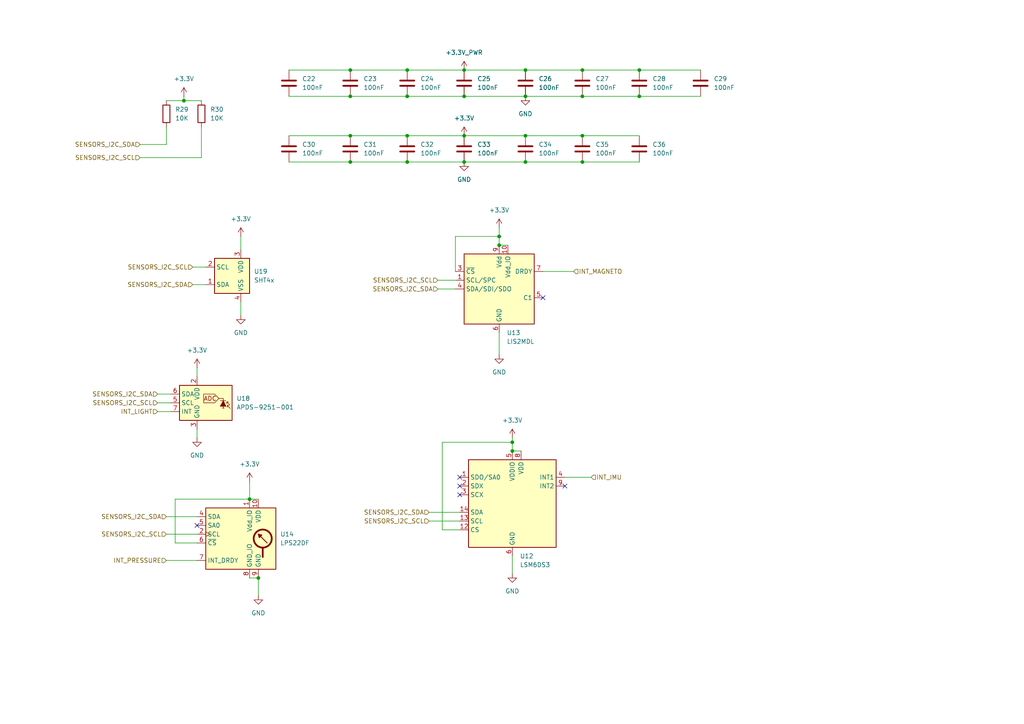
<source format=kicad_sch>
(kicad_sch (version 20231120) (generator "eeschema") (generator_version "8.0")
  (paper "A4")
  (lib_symbols
    (symbol "Device:C" (pin_numbers hide) (pin_names (offset 0.254))
      (property "Reference" "C" (at 0.635 2.54 0))
      (property "Value" "C" (at 0.635 -2.54 0))
      (symbol "C_0_1"
        (polyline (pts (xy -2.032 -0.762) (xy 2.032 -0.762)) (stroke (width 0.508)))
        (polyline (pts (xy -2.032 0.762) (xy 2.032 0.762)) (stroke (width 0.508)))
      )
      (symbol "C_1_1"
        (pin passive line (at 0 3.81 270) (length 2.794) (name "~") (number "1"))
        (pin passive line (at 0 -3.81 90) (length 2.794) (name "~") (number "2"))
      )
    )
    (symbol "Device:R" (pin_numbers hide) (pin_names (offset 0))
      (property "Reference" "R" (at 2.032 0 90))
      (property "Value" "R" (at 0 0 90))
      (symbol "R_0_1"
        (rectangle (start -1.016 -2.54) (end 1.016 2.54) (stroke (width 0.254)))
      )
      (symbol "R_1_1"
        (pin passive line (at 0 3.81 270) (length 1.27) (name "~") (number "1"))
        (pin passive line (at 0 -3.81 90) (length 1.27) (name "~") (number "2"))
      )
    )
    (symbol "Sensor_Humidity:SHT4x"
      (property "Reference" "U" (at 0 8.89 0))
      (property "Value" "SHT4x" (at 0 6.35 0))
      (symbol "SHT4x_1_1"
        (rectangle (start -5.08 5.08) (end 5.08 -5.08) (stroke (width 0.254)) (fill (type background)))
        (pin bidirectional line (at -7.62 -2.54 0) (length 2.54) (name "SDA") (number "1"))
        (pin input line (at -7.62 2.54 0) (length 2.54) (name "SCL") (number "2"))
        (pin power_in line (at 2.54 7.62 270) (length 2.54) (name "VDD") (number "3"))
        (pin power_in line (at 2.54 -7.62 90) (length 2.54) (name "VSS") (number "4"))
      )
    )
    (symbol "Sensor_Magnetic:LIS2MDL"
      (property "Reference" "U" (at -8.89 11.43 0))
      (property "Value" "LIS2MDL" (at 7.62 11.43 0))
      (symbol "LIS2MDL_0_1"
        (rectangle (start -10.16 10.16) (end 10.16 -10.16) (stroke (width 0.254)) (fill (type background)))
      )
      (symbol "LIS2MDL_1_1"
        (pin input line (at -12.7 2.54 0) (length 2.54) (name "SCL/SPC") (number "1"))
        (pin power_in line (at 2.54 12.7 270) (length 2.54) (name "Vdd_IO") (number "10"))
        (pin no_connect line (at -10.16 -7.62 0) (length 2.54) hide (name "NC") (number "11"))
        (pin no_connect line (at 10.16 -7.62 180) (length 2.54) hide (name "NC") (number "12"))
        (pin no_connect line (at -10.16 -5.08 0) (length 2.54) hide (name "NC") (number "2"))
        (pin input line (at -12.7 5.08 0) (length 2.54) (name "~{CS}") (number "3"))
        (pin bidirectional line (at -12.7 0 0) (length 2.54) (name "SDA/SDI/SDO") (number "4"))
        (pin power_out line (at 12.7 -2.54 180) (length 2.54) (name "C1") (number "5"))
        (pin power_in line (at 0 -12.7 90) (length 2.54) (name "GND") (number "6"))
        (pin output line (at 12.7 5.08 180) (length 2.54) (name "DRDY") (number "7"))
        (pin passive line (at 0 -12.7 90) (length 2.54) hide (name "GND") (number "8"))
        (pin power_in line (at 0 12.7 270) (length 2.54) (name "Vdd") (number "9"))
      )
    )
    (symbol "Sensor_Motion:LSM6DS3"
      (property "Reference" "U" (at -11.43 15.24 0))
      (property "Value" "LSM6DS3" (at -11.43 12.7 0))
      (symbol "LSM6DS3_0_1"
        (rectangle (start -12.7 12.7) (end 12.7 -12.7) (stroke (width 0.254)) (fill (type background)))
      )
      (symbol "LSM6DS3_1_1"
        (pin bidirectional line (at -15.24 7.62 0) (length 2.54) (name "SDO/SA0") (number "1"))
        (pin no_connect line (at 12.7 -5.08 180) (length 3.81) hide (name "NC") (number "10"))
        (pin no_connect line (at 12.7 -2.54 180) (length 3.81) hide (name "NC") (number "11"))
        (pin input line (at -15.24 -7.62 0) (length 2.54) (name "CS") (number "12"))
        (pin input line (at -15.24 -5.08 0) (length 2.54) (name "SCL") (number "13"))
        (pin bidirectional line (at -15.24 -2.54 0) (length 2.54) (name "SDA") (number "14"))
        (pin bidirectional line (at -15.24 5.08 0) (length 2.54) (name "SDX") (number "2"))
        (pin input line (at -15.24 2.54 0) (length 2.54) (name "SCX") (number "3"))
        (pin output line (at 15.24 7.62 180) (length 2.54) (name "INT1") (number "4"))
        (pin power_in line (at 0 15.24 270) (length 2.54) (name "VDDIO") (number "5"))
        (pin power_in line (at 0 -15.24 90) (length 2.54) (name "GND") (number "6"))
        (pin passive line (at 0 -15.24 90) (length 2.54) hide (name "GND") (number "7"))
        (pin power_in line (at 2.54 15.24 270) (length 2.54) (name "VDD") (number "8"))
        (pin output line (at 15.24 5.08 180) (length 2.54) (name "INT2") (number "9"))
      )
    )
    (symbol "Sensor_Optical:APDS-9251-001"
      (property "Reference" "U" (at -6.35 6.35 0))
      (property "Value" "APDS-9251-001" (at 3.81 6.35 0))
      (symbol "APDS-9251-001_0_0"
        (polyline (pts (xy -3.81 1.27) (xy -2.54 2.54) (xy 0.635 2.54) (xy 0.635 0) (xy -2.54 0) (xy -3.81 1.27)))
        (text "ADC" (at -1.27 1.27 0) (effects (font (size 1.27 1.27))))
      )
      (symbol "APDS-9251-001_0_1"
        (rectangle (start -7.62 5.08) (end 7.62 -5.08) (stroke (width 0.254)) (fill (type background)))
      )
      (symbol "APDS-9251-001_1_0"
        (polyline (pts (xy -5.08 -1.524) (xy -5.08 1.27) (xy -3.81 1.27)))
      )
      (symbol "APDS-9251-001_1_1"
        (polyline (pts (xy -6.223 -0.762) (xy -7.112 -1.651)))
        (polyline (pts (xy -6.223 -0.762) (xy -6.731 -0.762)))
        (polyline (pts (xy -6.223 -0.762) (xy -6.223 -1.27)))
        (polyline (pts (xy -6.096 0.254) (xy -6.985 -0.635)))
        (polyline (pts (xy -6.096 0.254) (xy -6.604 0.254)))
        (polyline (pts (xy -6.096 0.254) (xy -6.096 -0.254)))
        (polyline (pts (xy -5.842 0.635) (xy -4.191 0.635)))
        (polyline (pts (xy -4.826 -1.524) (xy -5.334 -1.524)))
        (polyline (pts (xy -5.842 -1.016) (xy -4.191 -1.016) (xy -5.08 0.635) (xy -5.842 -1.016)) (fill (type outline)))
        (pin no_connect line (at -7.62 2.54 0) (length 2.54) hide (name "NC") (number "1"))
        (pin power_in line (at 2.54 7.62 270) (length 2.54) (name "VDD") (number "2"))
        (pin power_in line (at 2.54 -7.62 90) (length 2.54) (name "GND") (number "3"))
        (pin no_connect line (at -7.62 0 0) (length 2.54) hide (name "NC") (number "4"))
        (pin input line (at 10.16 0 180) (length 2.54) (name "SCL") (number "5"))
        (pin bidirectional line (at 10.16 2.54 180) (length 2.54) (name "SDA") (number "6"))
        (pin open_collector line (at 10.16 -2.54 180) (length 2.54) (name "INT") (number "7"))
        (pin no_connect line (at -7.62 -2.54 0) (length 2.54) hide (name "NC") (number "8"))
      )
    )
    (symbol "Sensor_Pressure:LPS22DF"
      (property "Reference" "U" (at -11.43 1.27 0))
      (property "Value" "LPS22DF" (at -11.176 -1.27 0))
      (symbol "LPS22DF_0_1"
        (rectangle (start -10.16 10.16) (end 10.16 -7.62) (stroke (width 0.254)) (fill (type background)))
        (circle (center -6.35 1.27) (radius 2.6162) (stroke (width 0.508)))
        (polyline (pts (xy -7.62 0) (xy -5.08 2.54)) (stroke (width 0.254)))
        (polyline (pts (xy -6.35 -1.524) (xy -6.35 -4.064)) (stroke (width 0.508)))
        (polyline (pts (xy -5.08 2.54) (xy -5.334 1.524) (xy -6.096 2.286) (xy -5.08 2.54)) (stroke (width 0.254)) (fill (type outline)))
      )
      (symbol "LPS22DF_1_1"
        (pin power_in line (at -2.54 12.7 270) (length 2.54) (name "Vdd_IO") (number "1"))
        (pin power_in line (at -5.08 12.7 270) (length 2.54) (name "VDD") (number "10"))
        (pin input clock (at 12.7 2.54 180) (length 2.54) (name "SCL") (number "2"))
        (pin passive line (at -5.08 -10.16 90) (length 2.54) hide (name "GND") (number "3"))
        (pin bidirectional line (at 12.7 7.62 180) (length 2.54) (name "SDA") (number "4"))
        (pin input line (at 12.7 5.08 180) (length 2.54) (name "SA0") (number "5"))
        (pin input line (at 12.7 0 180) (length 2.54) (name "~{CS}") (number "6"))
        (pin output line (at 12.7 -5.08 180) (length 2.54) (name "INT_DRDY") (number "7"))
        (pin power_in line (at -2.54 -10.16 90) (length 2.54) (name "GND_IO") (number "8"))
        (pin power_in line (at -5.08 -10.16 90) (length 2.54) (name "GND") (number "9"))
      )
    )
    (symbol "power:+3.3V" (power) (pin_numbers hide) (pin_names (offset 0) hide)
      (property "Value" "+3.3V" (at 0 3.556 0))
      (symbol "+3.3V_0_1"
        (polyline (pts (xy -0.762 1.27) (xy 0 2.54)))
        (polyline (pts (xy 0 0) (xy 0 2.54)))
        (polyline (pts (xy 0 2.54) (xy 0.762 1.27)))
      )
      (symbol "+3.3V_1_1"
        (pin power_in line (at 0 0 90) (length 0) (name "~") (number "1"))
      )
    )
    (symbol "power:GND" (power) (pin_numbers hide) (pin_names (offset 0) hide)
      (property "Value" "GND" (at 0 -3.81 0))
      (symbol "GND_0_1"
        (polyline (pts (xy 0 0) (xy 0 -1.27) (xy 1.27 -1.27) (xy 0 -2.54) (xy -1.27 -1.27) (xy 0 -1.27)))
      )
      (symbol "GND_1_1"
        (pin power_in line (at 0 0 270) (length 0) (name "~") (number "1"))
      )
    )
  )
  (junction (at 168.91 39.37))
  (junction (at 152.4 20.32))
  (junction (at 168.91 27.94))
  (junction (at 134.62 39.37))
  (junction (at 74.93 167.64))
  (junction (at 134.62 27.94))
  (junction (at 134.62 20.32))
  (junction (at 118.11 39.37))
  (junction (at 101.6 39.37))
  (junction (at 118.11 27.94))
  (junction (at 101.6 46.99))
  (junction (at 134.62 46.99))
  (junction (at 101.6 20.32))
  (junction (at 185.42 27.94))
  (junction (at 53.34 29.21))
  (junction (at 118.11 20.32))
  (junction (at 118.11 46.99))
  (junction (at 168.91 20.32))
  (junction (at 152.4 46.99))
  (junction (at 144.78 71.12))
  (junction (at 152.4 39.37))
  (junction (at 101.6 27.94))
  (junction (at 152.4 27.94))
  (junction (at 185.42 20.32))
  (junction (at 148.59 130.81))
  (junction (at 72.39 144.78))
  (junction (at 168.91 46.99))
  (junction (at 148.59 128.27))
  (junction (at 144.78 68.58))
  (no_connect (at 133.35 140.97))
  (no_connect (at 163.83 140.97))
  (no_connect (at 57.15 152.4))
  (no_connect (at 157.48 86.36))
  (no_connect (at 133.35 138.43))
  (no_connect (at 133.35 143.51))
  (wire (pts (xy 148.59 161.29) (xy 148.59 166.37)))
  (wire (pts (xy 48.26 29.21) (xy 53.34 29.21)))
  (wire (pts (xy 127 81.28) (xy 132.08 81.28)))
  (wire (pts (xy 152.4 27.94) (xy 168.91 27.94)))
  (wire (pts (xy 101.6 27.94) (xy 118.11 27.94)))
  (wire (pts (xy 50.8 144.78) (xy 72.39 144.78)))
  (wire (pts (xy 57.15 106.68) (xy 57.15 109.22)))
  (wire (pts (xy 152.4 46.99) (xy 168.91 46.99)))
  (wire (pts (xy 58.42 36.83) (xy 58.42 45.72)))
  (wire (pts (xy 48.26 154.94) (xy 57.15 154.94)))
  (wire (pts (xy 168.91 46.99) (xy 185.42 46.99)))
  (wire (pts (xy 45.72 119.38) (xy 49.53 119.38)))
  (wire (pts (xy 128.27 153.67) (xy 128.27 128.27)))
  (wire (pts (xy 148.59 130.81) (xy 151.13 130.81)))
  (wire (pts (xy 57.15 157.48) (xy 50.8 157.48)))
  (wire (pts (xy 69.85 87.63) (xy 69.85 91.44)))
  (wire (pts (xy 118.11 46.99) (xy 134.62 46.99)))
  (wire (pts (xy 83.82 27.94) (xy 101.6 27.94)))
  (wire (pts (xy 144.78 68.58) (xy 144.78 71.12)))
  (wire (pts (xy 57.15 124.46) (xy 57.15 127)))
  (wire (pts (xy 185.42 27.94) (xy 203.2 27.94)))
  (wire (pts (xy 127 83.82) (xy 132.08 83.82)))
  (wire (pts (xy 134.62 27.94) (xy 152.4 27.94)))
  (wire (pts (xy 128.27 128.27) (xy 148.59 128.27)))
  (wire (pts (xy 48.26 162.56) (xy 57.15 162.56)))
  (wire (pts (xy 55.88 77.47) (xy 59.69 77.47)))
  (wire (pts (xy 124.46 151.13) (xy 133.35 151.13)))
  (wire (pts (xy 144.78 71.12) (xy 147.32 71.12)))
  (wire (pts (xy 72.39 139.7) (xy 72.39 144.78)))
  (wire (pts (xy 101.6 46.99) (xy 118.11 46.99)))
  (wire (pts (xy 101.6 20.32) (xy 118.11 20.32)))
  (wire (pts (xy 45.72 116.84) (xy 49.53 116.84)))
  (wire (pts (xy 69.85 68.58) (xy 69.85 72.39)))
  (wire (pts (xy 48.26 36.83) (xy 48.26 41.91)))
  (wire (pts (xy 124.46 148.59) (xy 133.35 148.59)))
  (wire (pts (xy 40.64 45.72) (xy 58.42 45.72)))
  (wire (pts (xy 132.08 78.74) (xy 132.08 68.58)))
  (wire (pts (xy 72.39 167.64) (xy 74.93 167.64)))
  (wire (pts (xy 134.62 39.37) (xy 152.4 39.37)))
  (wire (pts (xy 163.83 138.43) (xy 171.45 138.43)))
  (wire (pts (xy 83.82 46.99) (xy 101.6 46.99)))
  (wire (pts (xy 118.11 39.37) (xy 134.62 39.37)))
  (wire (pts (xy 144.78 96.52) (xy 144.78 102.87)))
  (wire (pts (xy 133.35 153.67) (xy 128.27 153.67)))
  (wire (pts (xy 50.8 157.48) (xy 50.8 144.78)))
  (wire (pts (xy 168.91 20.32) (xy 185.42 20.32)))
  (wire (pts (xy 132.08 68.58) (xy 144.78 68.58)))
  (wire (pts (xy 45.72 114.3) (xy 49.53 114.3)))
  (wire (pts (xy 83.82 20.32) (xy 101.6 20.32)))
  (wire (pts (xy 134.62 46.99) (xy 152.4 46.99)))
  (wire (pts (xy 148.59 128.27) (xy 148.59 130.81)))
  (wire (pts (xy 83.82 39.37) (xy 101.6 39.37)))
  (wire (pts (xy 185.42 20.32) (xy 203.2 20.32)))
  (wire (pts (xy 144.78 66.04) (xy 144.78 68.58)))
  (wire (pts (xy 53.34 27.94) (xy 53.34 29.21)))
  (wire (pts (xy 148.59 127) (xy 148.59 128.27)))
  (wire (pts (xy 74.93 167.64) (xy 74.93 172.72)))
  (wire (pts (xy 168.91 39.37) (xy 185.42 39.37)))
  (wire (pts (xy 72.39 144.78) (xy 74.93 144.78)))
  (wire (pts (xy 152.4 20.32) (xy 168.91 20.32)))
  (wire (pts (xy 134.62 20.32) (xy 152.4 20.32)))
  (wire (pts (xy 118.11 20.32) (xy 134.62 20.32)))
  (wire (pts (xy 118.11 27.94) (xy 134.62 27.94)))
  (wire (pts (xy 55.88 82.55) (xy 59.69 82.55)))
  (wire (pts (xy 48.26 149.86) (xy 57.15 149.86)))
  (wire (pts (xy 168.91 27.94) (xy 185.42 27.94)))
  (wire (pts (xy 40.64 41.91) (xy 48.26 41.91)))
  (wire (pts (xy 152.4 39.37) (xy 168.91 39.37)))
  (wire (pts (xy 101.6 39.37) (xy 118.11 39.37)))
  (wire (pts (xy 53.34 29.21) (xy 58.42 29.21)))
  (wire (pts (xy 157.48 78.74) (xy 166.37 78.74)))
  (hierarchical_label "INT_PRESSURE" (shape input) (at 48.26 162.56 180))
  (hierarchical_label "SENSORS_I2C_SCL" (shape input) (at 40.64 45.72 180))
  (hierarchical_label "SENSORS_I2C_SCL" (shape input) (at 55.88 77.47 180))
  (hierarchical_label "SENSORS_I2C_SDA" (shape input) (at 55.88 82.55 180))
  (hierarchical_label "SENSORS_I2C_SCL" (shape input) (at 127 81.28 180))
  (hierarchical_label "SENSORS_I2C_SDA" (shape input) (at 45.72 114.3 180))
  (hierarchical_label "SENSORS_I2C_SCL" (shape input) (at 124.46 151.13 180))
  (hierarchical_label "SENSORS_I2C_SDA" (shape input) (at 124.46 148.59 180))
  (hierarchical_label "SENSORS_I2C_SDA" (shape input) (at 127 83.82 180))
  (hierarchical_label "SENSORS_I2C_SDA" (shape input) (at 48.26 149.86 180))
  (hierarchical_label "INT_LIGHT" (shape input) (at 45.72 119.38 180))
  (hierarchical_label "SENSORS_I2C_SCL" (shape input) (at 45.72 116.84 180))
  (hierarchical_label "SENSORS_I2C_SDA" (shape input) (at 40.64 41.91 180))
  (hierarchical_label "INT_MAGNETO" (shape input) (at 166.37 78.74 0))
  (hierarchical_label "INT_IMU" (shape input) (at 171.45 138.43 0))
  (hierarchical_label "SENSORS_I2C_SCL" (shape input) (at 48.26 154.94 180))
  (symbol (lib_id "Sensor_Humidity:SHT4x") (at 67.31 80.01 0) (unit 1)
    (property "Reference" "U19" (at 73.66 78.7399 0) (effects (justify left)))
    (property "Value" "SHT4x" (at 73.66 81.2799 0) (effects (justify left)))
    (property "Footprint" "Sensor_Humidity:Sensirion_DFN-4_1.5x1.5mm_P0.8mm_SHT4x_NoCentralPad" (effects (hide yes)))
    (property "Datasheet" "https://sensirion.com/media/documents/33FD6951/624C4357/Datasheet_SHT4x.pdf" (effects (hide yes)))
    (property "Description" "Digital Humidity and Temperature Sensor, +/-1%RH, +/-0.1degC, I2C, 1.08-3.6V, 16bit, DFN-4" (effects (hide yes)))
  )
  (symbol (lib_id "Device:C") (at 118.11 43.18 0) (unit 1)
    (property "Reference" "C32" (at 121.92 41.9099 0) (effects (justify left)))
    (property "Value" "100nF" (at 121.92 44.4499 0) (effects (justify left)))
    (property "Footprint" "Capacitor_SMD:C_0805_2012Metric_Pad1.18x1.45mm_HandSolder" (effects (hide yes)))
    (property "Description" "Unpolarized capacitor" (effects (hide yes)))
  )
  (symbol (lib_id "power:GND") (at 152.4 27.94 0) (unit 1)
    (property "Reference" "#PWR092" (effects (hide yes)))
    (property "Value" "GND" (at 152.4 33.02 0))
    (property "Description" "Power symbol creates a global label with name \"GND\" , ground" (effects (hide yes)))
  )
  (symbol (lib_id "Device:C") (at 152.4 24.13 0) (unit 1)
    (property "Reference" "C26" (at 156.21 22.8599 0) (effects (justify left)))
    (property "Value" "100nF" (at 156.21 25.3999 0) (effects (justify left)))
    (property "Footprint" "Capacitor_SMD:C_0805_2012Metric_Pad1.18x1.45mm_HandSolder" (effects (hide yes)))
    (property "Description" "Unpolarized capacitor" (effects (hide yes)))
  )
  (symbol (lib_id "Device:R") (at 58.42 33.02 0) (unit 1)
    (property "Reference" "R30" (at 60.96 31.7499 0) (effects (justify left)))
    (property "Value" "10K" (at 60.96 34.2899 0) (effects (justify left)))
    (property "Footprint" "Resistor_SMD:R_0805_2012Metric_Pad1.20x1.40mm_HandSolder" (effects (hide yes)))
    (property "Description" "Resistor" (effects (hide yes)))
  )
  (symbol (lib_id "power:GND") (at 69.85 91.44 0) (unit 1)
    (property "Reference" "#PWR086" (effects (hide yes)))
    (property "Value" "GND" (at 69.85 96.52 0))
    (property "Description" "Power symbol creates a global label with name \"GND\" , ground" (effects (hide yes)))
  )
  (symbol (lib_id "Device:C") (at 83.82 43.18 0) (unit 1)
    (property "Reference" "C30" (at 87.63 41.9099 0) (effects (justify left)))
    (property "Value" "100nF" (at 87.63 44.4499 0) (effects (justify left)))
    (property "Footprint" "Capacitor_SMD:C_0805_2012Metric_Pad1.18x1.45mm_HandSolder" (effects (hide yes)))
    (property "Description" "Unpolarized capacitor" (effects (hide yes)))
  )
  (symbol (lib_id "power:GND") (at 57.15 127 0) (unit 1)
    (property "Reference" "#PWR087" (effects (hide yes)))
    (property "Value" "GND" (at 57.15 132.08 0))
    (property "Description" "Power symbol creates a global label with name \"GND\" , ground" (effects (hide yes)))
  )
  (symbol (lib_id "power:+3.3V") (at 144.78 66.04 0) (unit 1)
    (property "Reference" "#PWR070" (effects (hide yes)))
    (property "Value" "+3.3V" (at 144.78 60.96 0))
    (property "Description" "Power symbol creates a global label with name \"+3.3V\"" (effects (hide yes)))
  )
  (symbol (lib_id "power:+3.3V") (at 57.15 106.68 0) (unit 1)
    (property "Reference" "#PWR089" (effects (hide yes)))
    (property "Value" "+3.3V" (at 57.15 101.6 0))
    (property "Description" "Power symbol creates a global label with name \"+3.3V\"" (effects (hide yes)))
  )
  (symbol (lib_id "Device:C") (at 168.91 43.18 0) (unit 1)
    (property "Reference" "C35" (at 172.72 41.9099 0) (effects (justify left)))
    (property "Value" "100nF" (at 172.72 44.4499 0) (effects (justify left)))
    (property "Footprint" "Capacitor_SMD:C_0805_2012Metric_Pad1.18x1.45mm_HandSolder" (effects (hide yes)))
    (property "Description" "Unpolarized capacitor" (effects (hide yes)))
  )
  (symbol (lib_id "Device:C") (at 134.62 24.13 0) (unit 1)
    (property "Reference" "C25" (at 138.43 22.8599 0) (effects (justify left)))
    (property "Value" "100nF" (at 138.43 25.3999 0) (effects (justify left)))
    (property "Footprint" "Capacitor_SMD:C_0805_2012Metric_Pad1.18x1.45mm_HandSolder" (effects (hide yes)))
    (property "Description" "Unpolarized capacitor" (effects (hide yes)))
  )
  (symbol (lib_id "power:+3.3V") (at 134.62 20.32 0) (unit 1)
    (property "Reference" "#PWR091" (effects (hide yes)))
    (property "Value" "+3.3V_PWR" (at 134.62 15.24 0))
    (property "Description" "Power symbol creates a global label with name \"+3.3V\"" (effects (hide yes)))
  )
  (symbol (lib_id "Sensor_Motion:LSM6DS3") (at 148.59 146.05 0) (unit 1)
    (property "Reference" "U12" (at 150.7841 161.29 0) (effects (justify left)))
    (property "Value" "LSM6DS3" (at 150.7841 163.83 0) (effects (justify left)))
    (property "Footprint" "Package_LGA:LGA-14_3x2.5mm_P0.5mm_LayoutBorder3x4y" (effects (hide yes)))
    (property "Datasheet" "https://www.st.com/resource/en/datasheet/lsm6ds3tr-c.pdf" (effects (hide yes)))
    (property "Description" "I2C/SPI, iNEMO inertial module: always-on 3D accelerometer and 3D gyroscope" (effects (hide yes)))
  )
  (symbol (lib_id "power:GND") (at 134.62 46.99 0) (unit 1)
    (property "Reference" "#PWR090" (effects (hide yes)))
    (property "Value" "GND" (at 134.62 52.07 0))
    (property "Description" "Power symbol creates a global label with name \"GND\" , ground" (effects (hide yes)))
  )
  (symbol (lib_id "Device:C") (at 185.42 24.13 0) (unit 1)
    (property "Reference" "C28" (at 189.23 22.8599 0) (effects (justify left)))
    (property "Value" "100nF" (at 189.23 25.3999 0) (effects (justify left)))
    (property "Footprint" "Capacitor_SMD:C_0805_2012Metric_Pad1.18x1.45mm_HandSolder" (effects (hide yes)))
    (property "Description" "Unpolarized capacitor" (effects (hide yes)))
  )
  (symbol (lib_id "Device:C") (at 101.6 43.18 0) (unit 1)
    (property "Reference" "C31" (at 105.41 41.9099 0) (effects (justify left)))
    (property "Value" "100nF" (at 105.41 44.4499 0) (effects (justify left)))
    (property "Footprint" "Capacitor_SMD:C_0805_2012Metric_Pad1.18x1.45mm_HandSolder" (effects (hide yes)))
    (property "Description" "Unpolarized capacitor" (effects (hide yes)))
  )
  (symbol (lib_id "Device:C") (at 185.42 43.18 0) (unit 1)
    (property "Reference" "C36" (at 189.23 41.9099 0) (effects (justify left)))
    (property "Value" "100nF" (at 189.23 44.4499 0) (effects (justify left)))
    (property "Footprint" "Capacitor_SMD:C_0805_2012Metric_Pad1.18x1.45mm_HandSolder" (effects (hide yes)))
    (property "Description" "Unpolarized capacitor" (effects (hide yes)))
  )
  (symbol (lib_id "power:+3.3V") (at 69.85 68.58 0) (unit 1)
    (property "Reference" "#PWR088" (effects (hide yes)))
    (property "Value" "+3.3V" (at 69.85 63.5 0))
    (property "Description" "Power symbol creates a global label with name \"+3.3V\"" (effects (hide yes)))
  )
  (symbol (lib_id "Device:C") (at 118.11 24.13 0) (unit 1)
    (property "Reference" "C24" (at 121.92 22.8599 0) (effects (justify left)))
    (property "Value" "100nF" (at 121.92 25.3999 0) (effects (justify left)))
    (property "Footprint" "Capacitor_SMD:C_0805_2012Metric_Pad1.18x1.45mm_HandSolder" (effects (hide yes)))
    (property "Description" "Unpolarized capacitor" (effects (hide yes)))
  )
  (symbol (lib_id "power:+3.3V") (at 72.39 139.7 0) (unit 1)
    (property "Reference" "#PWR062" (effects (hide yes)))
    (property "Value" "+3.3V" (at 72.39 134.62 0))
    (property "Description" "Power symbol creates a global label with name \"+3.3V\"" (effects (hide yes)))
  )
  (symbol (lib_id "power:GND") (at 144.78 102.87 0) (unit 1)
    (property "Reference" "#PWR071" (effects (hide yes)))
    (property "Value" "GND" (at 144.78 107.95 0))
    (property "Description" "Power symbol creates a global label with name \"GND\" , ground" (effects (hide yes)))
  )
  (symbol (lib_id "Sensor_Magnetic:LIS2MDL") (at 144.78 83.82 0) (unit 1)
    (property "Reference" "U13" (at 146.9741 96.52 0) (effects (justify left)))
    (property "Value" "LIS2MDL" (at 146.9741 99.06 0) (effects (justify left)))
    (property "Footprint" "Package_LGA:LGA-12_2x2mm_P0.5mm" (effects (hide yes)))
    (property "Datasheet" "https://www.st.com/resource/en/datasheet/lis2mdl.pdf" (effects (hide yes)))
    (property "Description" "Ultra-low-power, 3-axis digital output magnetometer, LGA-12" (effects (hide yes)))
  )
  (symbol (lib_id "power:GND") (at 148.59 166.37 0) (unit 1)
    (property "Reference" "#PWR073" (effects (hide yes)))
    (property "Value" "GND" (at 148.59 171.45 0))
    (property "Description" "Power symbol creates a global label with name \"GND\" , ground" (effects (hide yes)))
  )
  (symbol (lib_id "power:+3.3V") (at 134.62 39.37 0) (unit 1)
    (property "Reference" "#PWR061" (effects (hide yes)))
    (property "Value" "+3.3V" (at 134.62 34.29 0))
    (property "Description" "Power symbol creates a global label with name \"+3.3V\"" (effects (hide yes)))
  )
  (symbol (lib_id "Device:C") (at 152.4 43.18 0) (unit 1)
    (property "Reference" "C34" (at 156.21 41.9099 0) (effects (justify left)))
    (property "Value" "100nF" (at 156.21 44.4499 0) (effects (justify left)))
    (property "Footprint" "Capacitor_SMD:C_0805_2012Metric_Pad1.18x1.45mm_HandSolder" (effects (hide yes)))
    (property "Description" "Unpolarized capacitor" (effects (hide yes)))
  )
  (symbol (lib_id "Sensor_Optical:APDS-9251-001") (at 59.69 116.84 0) (mirror y) (unit 1)
    (property "Reference" "U18" (at 68.58 115.5699 0) (effects (justify right)))
    (property "Value" "APDS-9251-001" (at 68.58 118.1099 0) (effects (justify right)))
    (property "Footprint" "OptoDevice:Broadcom_LGA-8_2x2mm_P0.5mm" (effects (hide yes)))
    (property "Datasheet" "https://docs.broadcom.com/doc/APDS-9251-001-DS" (effects (hide yes)))
    (property "Description" "Digital RGB, IR, and Ambient Light Sensor, 1.7-3.6V, LGA-8" (effects (hide yes)))
  )
  (symbol (lib_id "Sensor_Pressure:LPS22DF") (at 69.85 157.48 0) (mirror y) (unit 1)
    (property "Reference" "U14" (at 81.28 154.9399 0) (effects (justify right)))
    (property "Value" "LPS22DF" (at 81.28 157.4799 0) (effects (justify right)))
    (property "Footprint" "Package_LGA:ST_HLGA-10_2x2mm_P0.5mm_LayoutBorder3x2y" (effects (hide yes)))
    (property "Datasheet" "https://www.st.com/resource/en/datasheet/lps22df.pdf" (effects (hide yes)))
    (property "Description" "MEMS absolute pressure sensor, 260-1260 hPa, 1-200Hz ODR, 24bit, I2C/I3C/SPI interface, 2x2mm ST_HLGA-10L" (effects (hide yes)))
  )
  (symbol (lib_id "power:+3.3V") (at 148.59 127 0) (unit 1)
    (property "Reference" "#PWR069" (effects (hide yes)))
    (property "Value" "+3.3V" (at 148.59 121.92 0))
    (property "Description" "Power symbol creates a global label with name \"+3.3V\"" (effects (hide yes)))
  )
  (symbol (lib_id "Device:C") (at 134.62 43.18 0) (unit 1)
    (property "Reference" "C33" (at 138.43 41.9099 0) (effects (justify left)))
    (property "Value" "100nF" (at 138.43 44.4499 0) (effects (justify left)))
    (property "Footprint" "Capacitor_SMD:C_0805_2012Metric_Pad1.18x1.45mm_HandSolder" (effects (hide yes)))
    (property "Description" "Unpolarized capacitor" (effects (hide yes)))
  )
  (symbol (lib_id "power:+3.3V") (at 53.34 27.94 0) (unit 1)
    (property "Reference" "#PWR068" (effects (hide yes)))
    (property "Value" "+3.3V" (at 53.34 22.86 0))
    (property "Description" "Power symbol creates a global label with name \"+3.3V\"" (effects (hide yes)))
  )
  (symbol (lib_id "Device:C") (at 203.2 24.13 0) (unit 1)
    (property "Reference" "C29" (at 207.01 22.8599 0) (effects (justify left)))
    (property "Value" "100nF" (at 207.01 25.3999 0) (effects (justify left)))
    (property "Footprint" "Capacitor_SMD:C_0805_2012Metric_Pad1.18x1.45mm_HandSolder" (effects (hide yes)))
    (property "Description" "Unpolarized capacitor" (effects (hide yes)))
  )
  (symbol (lib_id "Device:C") (at 168.91 24.13 0) (unit 1)
    (property "Reference" "C27" (at 172.72 22.8599 0) (effects (justify left)))
    (property "Value" "100nF" (at 172.72 25.3999 0) (effects (justify left)))
    (property "Footprint" "Capacitor_SMD:C_0805_2012Metric_Pad1.18x1.45mm_HandSolder" (effects (hide yes)))
    (property "Description" "Unpolarized capacitor" (effects (hide yes)))
  )
  (symbol (lib_id "Device:R") (at 48.26 33.02 0) (unit 1)
    (property "Reference" "R29" (at 50.8 31.7499 0) (effects (justify left)))
    (property "Value" "10K" (at 50.8 34.2899 0) (effects (justify left)))
    (property "Footprint" "Resistor_SMD:R_0805_2012Metric_Pad1.20x1.40mm_HandSolder" (effects (hide yes)))
    (property "Description" "Resistor" (effects (hide yes)))
  )
  (symbol (lib_id "Device:C") (at 83.82 24.13 0) (unit 1)
    (property "Reference" "C22" (at 87.63 22.8599 0) (effects (justify left)))
    (property "Value" "100nF" (at 87.63 25.3999 0) (effects (justify left)))
    (property "Footprint" "Capacitor_SMD:C_0805_2012Metric_Pad1.18x1.45mm_HandSolder" (effects (hide yes)))
    (property "Description" "Unpolarized capacitor" (effects (hide yes)))
  )
  (symbol (lib_id "power:GND") (at 74.93 172.72 0) (unit 1)
    (property "Reference" "#PWR072" (effects (hide yes)))
    (property "Value" "GND" (at 74.93 177.8 0))
    (property "Description" "Power symbol creates a global label with name \"GND\" , ground" (effects (hide yes)))
  )
  (symbol (lib_id "Device:C") (at 101.6 24.13 0) (unit 1)
    (property "Reference" "C23" (at 105.41 22.8599 0) (effects (justify left)))
    (property "Value" "100nF" (at 105.41 25.3999 0) (effects (justify left)))
    (property "Footprint" "Capacitor_SMD:C_0805_2012Metric_Pad1.18x1.45mm_HandSolder" (effects (hide yes)))
    (property "Description" "Unpolarized capacitor" (effects (hide yes)))
  )
)
</source>
